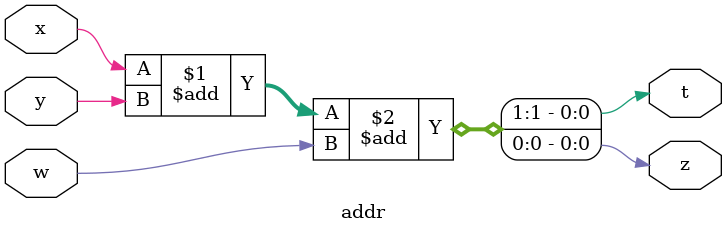
<source format=v>
module top_module( 
    input [2:0] a, b,
    input cin,
    output [2:0] cout,
    output [2:0] sum
);

    /*
    addr a1 (.x(a[0]), .y(b[0]), .w(cin),      .z(sum[0]), .t(cout[0]));
    addr a2 (.x(a[1]), .y(b[1]), .w(cout[0]), .z(sum[1]), .t(cout[1]));
    addr a3 (.x(a[2]), .y(b[2]), .w(cout[1]), .z(sum[2]), .t(cout[2]));
*/
    wire [3:0] c;
    assign c[0] = cin;
     
    genvar i;
    generate
        for ( i = 0 ; i < 3 ; i = i + 1)
            begin : heheheh
                addr ainst (.x(a[i]), .y(b[i]), .w(c[i]), .z(sum[i]), .t(c[i+1]));
                assign cout[i] = c[i+1];
            end
    endgenerate
                       
                       
    
endmodule

module addr(
    input x, y, w,
    output z, t
);

    assign {t, z} = x + y + w;

endmodule

</source>
